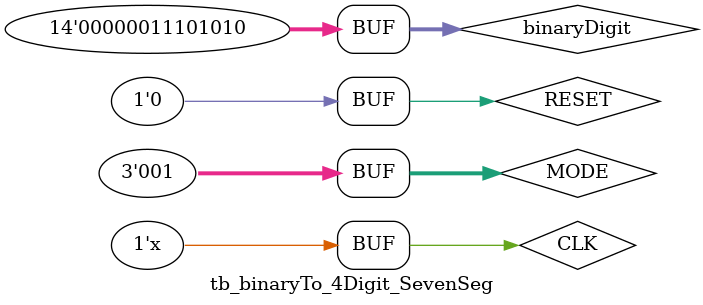
<source format=v>
`timescale 1ns / 1ps


module tb_binaryTo_4Digit_SevenSeg();

reg CLK = 0;
reg RESET = 0;
reg [2:0] MODE = 0;
reg [13:0] binaryDigit = 0;

wire anodeSelect0;
wire anodeSelect1;
wire anodeSelect2;
wire anodeSelect3;
wire [6:0] sevenSeg; 

binaryTo_4Digit_SevenSeg uut (CLK, RESET, MODE, binaryDigit, anodeSelect0, anodeSelect1, anodeSelect2, anodeSelect3, sevenSeg);
//mileTo_4Digit_SevenSeg uut (CLK, RESET, binaryDigit, anodeSelect0, anodeSelect1, anodeSelect2, anodeSelect3, sevenSeg);

always #5 CLK = ~CLK; // 100MHz

initial begin
//type inputs here

RESET = 0;
MODE = 0;
#5
binaryDigit = 234;
#25000000
MODE = 1;



end




endmodule

</source>
